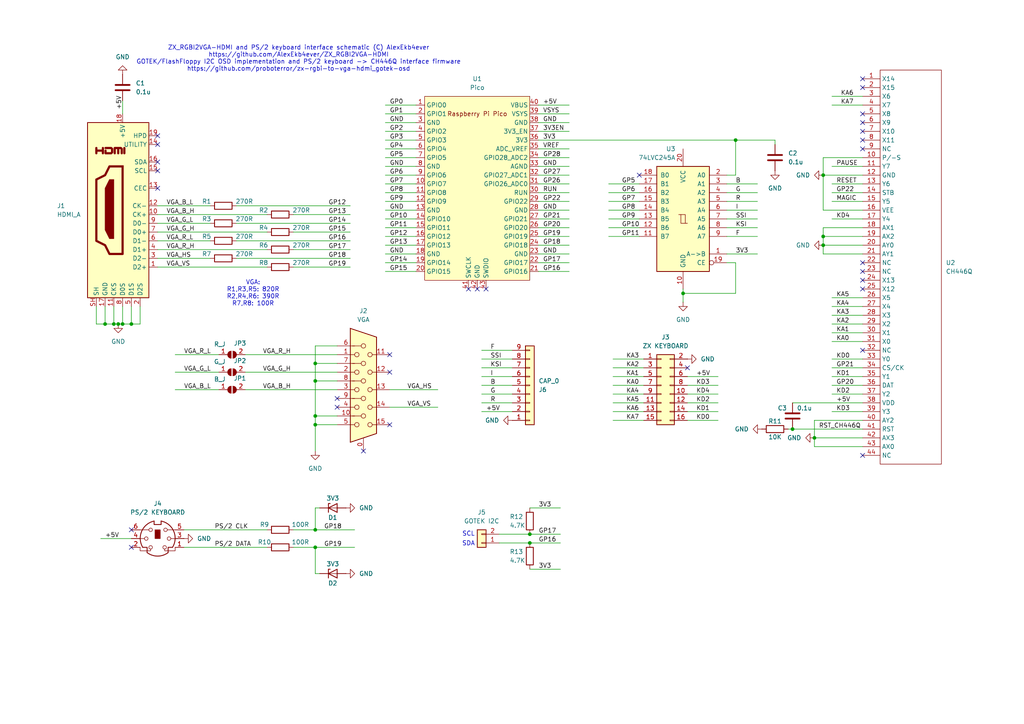
<source format=kicad_sch>
(kicad_sch (version 20231120) (generator "eeschema") (generator_version "8.0")
  (paper "A4")
  (lib_symbols
    (symbol "74xx:74HC245" (pin_names (offset 1.016))
      (property "Reference" "U" (at -7.62 16.51 0))
      (property "Value" "74HC245" (at -7.62 -16.51 0))
      (symbol "74HC245_1_0"
        (polyline (pts (xy -0.635 -1.27) (xy -0.635 1.27) (xy 0.635 1.27)))
        (polyline (pts (xy -1.27 -1.27) (xy 0.635 -1.27) (xy 0.635 1.27) (xy 1.27 1.27)))
        (pin input line (at -12.7 -10.16 0) (length 5.08) (name "A->B") (number "1"))
        (pin power_in line (at 0 -20.32 90) (length 5.08) (name "GND") (number "10"))
        (pin tri_state line (at 12.7 -5.08 180) (length 5.08) (name "B7") (number "11"))
        (pin tri_state line (at 12.7 -2.54 180) (length 5.08) (name "B6") (number "12"))
        (pin tri_state line (at 12.7 0 180) (length 5.08) (name "B5") (number "13"))
        (pin tri_state line (at 12.7 2.54 180) (length 5.08) (name "B4") (number "14"))
        (pin tri_state line (at 12.7 5.08 180) (length 5.08) (name "B3") (number "15"))
        (pin tri_state line (at 12.7 7.62 180) (length 5.08) (name "B2") (number "16"))
        (pin tri_state line (at 12.7 10.16 180) (length 5.08) (name "B1") (number "17"))
        (pin tri_state line (at 12.7 12.7 180) (length 5.08) (name "B0") (number "18"))
        (pin input inverted (at -12.7 -12.7 0) (length 5.08) (name "CE") (number "19"))
        (pin tri_state line (at -12.7 12.7 0) (length 5.08) (name "A0") (number "2"))
        (pin power_in line (at 0 20.32 270) (length 5.08) (name "VCC") (number "20"))
        (pin tri_state line (at -12.7 10.16 0) (length 5.08) (name "A1") (number "3"))
        (pin tri_state line (at -12.7 7.62 0) (length 5.08) (name "A2") (number "4"))
        (pin tri_state line (at -12.7 5.08 0) (length 5.08) (name "A3") (number "5"))
        (pin tri_state line (at -12.7 2.54 0) (length 5.08) (name "A4") (number "6"))
        (pin tri_state line (at -12.7 0 0) (length 5.08) (name "A5") (number "7"))
        (pin tri_state line (at -12.7 -2.54 0) (length 5.08) (name "A6") (number "8"))
        (pin tri_state line (at -12.7 -5.08 0) (length 5.08) (name "A7") (number "9"))
      )
      (symbol "74HC245_1_1"
        (rectangle (start -7.62 15.24) (end 7.62 -15.24) (stroke (width 0.254)) (fill (type background)))
      )
    )
    (symbol "CH446Q:CH446Q"
      (property "Reference" "U" (at 0 0 0))
      (property "Value" "CH446Q" (at 0 0 0))
      (symbol "CH446Q_0_1"
        (rectangle (start -8.89 -1.27) (end 8.89 -115.57))
      )
      (symbol "CH446Q_1_1"
        (pin input line (at -13.97 -3.81 0) (length 5.08) (name "X14") (number "1"))
        (pin input line (at -13.97 -26.67 0) (length 5.08) (name "P/-S") (number "10"))
        (pin output line (at -13.97 -29.21 0) (length 5.08) (name "Y7") (number "11"))
        (pin input line (at -13.97 -31.75 0) (length 5.08) (name "GND") (number "12"))
        (pin output line (at -13.97 -34.29 0) (length 5.08) (name "Y6") (number "13"))
        (pin input line (at -13.97 -36.83 0) (length 5.08) (name "STB") (number "14"))
        (pin output line (at -13.97 -39.37 0) (length 5.08) (name "Y5") (number "15"))
        (pin power_in line (at -13.97 -41.91 0) (length 5.08) (name "VEE") (number "16"))
        (pin output line (at -13.97 -44.45 0) (length 5.08) (name "Y4") (number "17"))
        (pin input line (at -13.97 -46.99 0) (length 5.08) (name "AX1") (number "18"))
        (pin input line (at -13.97 -49.53 0) (length 5.08) (name "AX2") (number "19"))
        (pin input line (at -13.97 -6.35 0) (length 5.08) (name "X15") (number "2"))
        (pin input line (at -13.97 -52.07 0) (length 5.08) (name "AY0") (number "20"))
        (pin input line (at -13.97 -54.61 0) (length 5.08) (name "AY1") (number "21"))
        (pin passive line (at -13.97 -57.15 0) (length 5.08) (name "NC") (number "22"))
        (pin passive line (at -13.97 -59.69 0) (length 5.08) (name "NC") (number "23"))
        (pin input line (at -13.97 -62.23 0) (length 5.08) (name "X13") (number "24"))
        (pin input line (at -13.97 -64.77 0) (length 5.08) (name "X12") (number "25"))
        (pin input line (at -13.97 -67.31 0) (length 5.08) (name "X5") (number "26"))
        (pin input line (at -13.97 -69.85 0) (length 5.08) (name "X4") (number "27"))
        (pin input line (at -13.97 -72.39 0) (length 5.08) (name "X3") (number "28"))
        (pin input line (at -13.97 -74.93 0) (length 5.08) (name "X2") (number "29"))
        (pin input line (at -13.97 -8.89 0) (length 5.08) (name "X6") (number "3"))
        (pin input line (at -13.97 -77.47 0) (length 5.08) (name "X1") (number "30"))
        (pin input line (at -13.97 -80.01 0) (length 5.08) (name "X0") (number "31"))
        (pin passive line (at -13.97 -82.55 0) (length 5.08) (name "NC") (number "32"))
        (pin output line (at -13.97 -85.09 0) (length 5.08) (name "Y0") (number "33"))
        (pin input line (at -13.97 -87.63 0) (length 5.08) (name "CS/CK") (number "34"))
        (pin output line (at -13.97 -90.17 0) (length 5.08) (name "Y1") (number "35"))
        (pin input line (at -13.97 -92.71 0) (length 5.08) (name "DAT") (number "36"))
        (pin input line (at -13.97 -95.25 0) (length 5.08) (name "Y2") (number "37"))
        (pin power_in line (at -13.97 -97.79 0) (length 5.08) (name "VDD") (number "38"))
        (pin output line (at -13.97 -100.33 0) (length 5.08) (name "Y3") (number "39"))
        (pin input line (at -13.97 -11.43 0) (length 5.08) (name "X7") (number "4"))
        (pin input line (at -13.97 -102.87 0) (length 5.08) (name "AY2") (number "40"))
        (pin input line (at -13.97 -105.41 0) (length 5.08) (name "RST") (number "41"))
        (pin input line (at -13.97 -107.95 0) (length 5.08) (name "AX3") (number "42"))
        (pin input line (at -13.97 -110.49 0) (length 5.08) (name "AX0") (number "43"))
        (pin passive line (at -13.97 -113.03 0) (length 5.08) (name "NC") (number "44"))
        (pin input line (at -13.97 -13.97 0) (length 5.08) (name "X8") (number "5"))
        (pin input line (at -13.97 -16.51 0) (length 5.08) (name "X9") (number "6"))
        (pin input line (at -13.97 -19.05 0) (length 5.08) (name "X10") (number "7"))
        (pin input line (at -13.97 -21.59 0) (length 5.08) (name "X11") (number "8"))
        (pin passive line (at -13.97 -24.13 0) (length 5.08) (name "NC") (number "9"))
      )
    )
    (symbol "Connector:DE15_Receptacle_HighDensity_MountingHoles" (pin_names (offset 1.016) hide)
      (property "Reference" "J" (at 0 21.59 0))
      (property "Value" "DE15_Receptacle_HighDensity_MountingHoles" (at 0 19.05 0))
      (symbol "DE15_Receptacle_HighDensity_MountingHoles_0_1"
        (circle (center -1.905 -10.16) (radius 0.635))
        (circle (center -1.905 -5.08) (radius 0.635))
        (circle (center -1.905 0) (radius 0.635))
        (circle (center -1.905 5.08) (radius 0.635))
        (circle (center -1.905 10.16) (radius 0.635))
        (circle (center 0 -7.62) (radius 0.635))
        (circle (center 0 -2.54) (radius 0.635))
        (polyline (pts (xy -3.175 7.62) (xy -0.635 7.62)))
        (polyline (pts (xy -0.635 -7.62) (xy -3.175 -7.62)))
        (polyline (pts (xy -0.635 -2.54) (xy -3.175 -2.54)))
        (polyline (pts (xy -0.635 2.54) (xy -3.175 2.54)))
        (polyline (pts (xy -0.635 12.7) (xy -3.175 12.7)))
        (polyline (pts (xy -3.81 17.78) (xy -3.81 -15.24) (xy 3.81 -12.7) (xy 3.81 15.24) (xy -3.81 17.78)) (stroke (width 0.254)) (fill (type background)))
        (circle (center 0 2.54) (radius 0.635))
        (circle (center 0 7.62) (radius 0.635))
        (circle (center 0 12.7) (radius 0.635))
        (circle (center 1.905 -10.16) (radius 0.635))
        (circle (center 1.905 -5.08) (radius 0.635))
        (circle (center 1.905 0) (radius 0.635))
        (circle (center 1.905 5.08) (radius 0.635))
        (circle (center 1.905 10.16) (radius 0.635))
      )
      (symbol "DE15_Receptacle_HighDensity_MountingHoles_1_1"
        (pin passive line (at 0 -17.78 90) (length 3.81) (name "~") (number "0"))
        (pin passive line (at -7.62 10.16 0) (length 5.08) (name "~") (number "1"))
        (pin passive line (at -7.62 -7.62 0) (length 5.08) (name "~") (number "10"))
        (pin passive line (at 7.62 10.16 180) (length 5.08) (name "~") (number "11"))
        (pin passive line (at 7.62 5.08 180) (length 5.08) (name "~") (number "12"))
        (pin passive line (at 7.62 0 180) (length 5.08) (name "~") (number "13"))
        (pin passive line (at 7.62 -5.08 180) (length 5.08) (name "~") (number "14"))
        (pin passive line (at 7.62 -10.16 180) (length 5.08) (name "~") (number "15"))
        (pin passive line (at -7.62 5.08 0) (length 5.08) (name "~") (number "2"))
        (pin passive line (at -7.62 0 0) (length 5.08) (name "~") (number "3"))
        (pin passive line (at -7.62 -5.08 0) (length 5.08) (name "~") (number "4"))
        (pin passive line (at -7.62 -10.16 0) (length 5.08) (name "~") (number "5"))
        (pin passive line (at -7.62 12.7 0) (length 5.08) (name "~") (number "6"))
        (pin passive line (at -7.62 7.62 0) (length 5.08) (name "~") (number "7"))
        (pin passive line (at -7.62 2.54 0) (length 5.08) (name "~") (number "8"))
        (pin passive line (at -7.62 -2.54 0) (length 5.08) (name "~") (number "9"))
      )
    )
    (symbol "Connector:HDMI_A"
      (property "Reference" "J1" (at -12.7 1.2701 0))
      (property "Value" "HDMI_A" (at -12.7 -1.2699 0))
      (symbol "HDMI_A_0_0"
        (polyline (pts (xy 6.858 16.51) (xy 6.858 18.034)) (stroke (width 0.635)))
        (polyline (pts (xy -1.27 16.51) (xy -1.27 18.034) (xy -1.27 17.272) (xy 0.635 17.272) (xy 0.635 18.034) (xy 0.635 16.51)) (stroke (width 0.635)))
        (polyline (pts (xy 1.397 18.034) (xy 3.048 18.034) (xy 3.302 17.78) (xy 3.302 16.764) (xy 3.048 16.51) (xy 1.397 16.51) (xy 1.397 17.272)) (stroke (width 0.635)))
      )
      (symbol "HDMI_A_0_1"
        (rectangle (start -3.81 -25.4) (end 13.97 25.4) (stroke (width 0.254)) (fill (type background)))
        (polyline (pts (xy 3.81 8.89) (xy 2.54 8.89) (xy 1.27 6.35) (xy 1.27 -5.715) (xy 2.54 -8.255) (xy 3.81 -8.255) (xy 3.81 8.89)) (fill (type outline)))
        (polyline (pts (xy 4.064 16.51) (xy 4.064 18.034) (xy 5.08 18.034) (xy 5.08 16.51) (xy 5.08 18.034) (xy 5.842 18.034) (xy 6.096 17.78) (xy 6.096 16.51)) (stroke (width 0.635)))
        (polyline (pts (xy 6.35 12.7) (xy 6.35 -12.7) (xy 2.54 -12.7) (xy 1.27 -10.16) (xy -1.27 -8.89) (xy -1.27 8.89) (xy 1.27 10.16) (xy 2.54 12.7) (xy 6.35 12.7)) (stroke (width 0.635)))
      )
      (symbol "HDMI_A_1_1"
        (pin passive line (at 16.51 -16.51 180) (length 2.54) (name "D2+") (number "1"))
        (pin passive line (at 16.51 -1.27 180) (length 2.54) (name "CK+") (number "10"))
        (pin power_in line (at 3.81 -27.94 90) (length 2.54) (name "CKS") (number "11"))
        (pin passive line (at 16.51 1.27 180) (length 2.54) (name "CK-") (number "12"))
        (pin bidirectional line (at 16.51 6.35 180) (length 2.54) (name "CEC") (number "13"))
        (pin passive line (at 16.51 19.05 180) (length 2.54) (name "UTILITY") (number "14"))
        (pin passive line (at 16.51 11.43 180) (length 2.54) (name "SCL") (number "15"))
        (pin bidirectional line (at 16.51 13.97 180) (length 2.54) (name "SDA") (number "16"))
        (pin power_in line (at 1.27 -27.94 90) (length 2.54) (name "GND") (number "17"))
        (pin power_in line (at 6.35 27.94 270) (length 2.54) (name "+5V") (number "18"))
        (pin passive line (at 16.51 21.59 180) (length 2.54) (name "HPD") (number "19"))
        (pin power_in line (at 11.43 -27.94 90) (length 2.54) (name "D2S") (number "2"))
        (pin passive line (at 16.51 -13.97 180) (length 2.54) (name "D2-") (number "3"))
        (pin passive line (at 16.51 -11.43 180) (length 2.54) (name "D1+") (number "4"))
        (pin power_in line (at 8.89 -27.94 90) (length 2.54) (name "D1S") (number "5"))
        (pin passive line (at 16.51 -8.89 180) (length 2.54) (name "D1-") (number "6"))
        (pin passive line (at 16.51 -6.35 180) (length 2.54) (name "D0+") (number "7"))
        (pin power_in line (at 6.35 -27.94 90) (length 2.54) (name "D0S") (number "8"))
        (pin passive line (at 16.51 -3.81 180) (length 2.54) (name "D0-") (number "9"))
        (pin passive line (at -1.27 -27.94 90) (length 2.54) (name "SH") (number "SH"))
      )
    )
    (symbol "Connector:Mini-DIN-6" (pin_names (offset 1.016))
      (property "Reference" "J" (at 0 6.35 0))
      (property "Value" "Mini-DIN-6" (at 0 -6.35 0))
      (symbol "Mini-DIN-6_0_1"
        (circle (center -3.302 0) (radius 0.508))
        (arc (start -3.048 -4.064) (mid 0 -5.08) (end 3.048 -4.064) (stroke (width 0.254)))
        (circle (center -2.032 -2.54) (radius 0.508))
        (circle (center -2.032 2.54) (radius 0.508))
        (arc (start -1.016 5.08) (mid -4.6228 2.1214) (end -4.318 -2.54) (stroke (width 0.254)))
        (rectangle (start -0.762 2.54) (end 0.762 0) (fill (type outline)))
        (polyline (pts (xy -3.81 0) (xy -5.08 0)))
        (polyline (pts (xy -2.54 2.54) (xy -5.08 2.54)))
        (polyline (pts (xy 2.794 2.54) (xy 5.08 2.54)))
        (polyline (pts (xy 5.08 0) (xy 3.81 0)))
        (polyline (pts (xy -4.318 -2.54) (xy -3.048 -2.54) (xy -3.048 -4.064)) (stroke (width 0.254)))
        (polyline (pts (xy 4.318 -2.54) (xy 3.048 -2.54) (xy 3.048 -4.064)) (stroke (width 0.254)))
        (polyline (pts (xy -2.032 -3.048) (xy -2.032 -3.556) (xy -5.08 -3.556) (xy -5.08 -2.54)))
        (polyline (pts (xy -1.016 5.08) (xy -1.016 4.064) (xy 1.016 4.064) (xy 1.016 5.08)) (stroke (width 0.254)))
        (polyline (pts (xy 2.032 -3.048) (xy 2.032 -3.556) (xy 5.08 -3.556) (xy 5.08 -2.54)))
        (circle (center 2.032 -2.54) (radius 0.508))
        (circle (center 2.286 2.54) (radius 0.508))
        (circle (center 3.302 0) (radius 0.508))
        (arc (start 4.318 -2.54) (mid 4.6661 2.1322) (end 1.016 5.08) (stroke (width 0.254)))
      )
      (symbol "Mini-DIN-6_1_1"
        (pin passive line (at 7.62 -2.54 180) (length 2.54) (name "~") (number "1"))
        (pin passive line (at -7.62 -2.54 0) (length 2.54) (name "~") (number "2"))
        (pin passive line (at 7.62 0 180) (length 2.54) (name "~") (number "3"))
        (pin passive line (at -7.62 0 0) (length 2.54) (name "~") (number "4"))
        (pin passive line (at 7.62 2.54 180) (length 2.54) (name "~") (number "5"))
        (pin passive line (at -7.62 2.54 0) (length 2.54) (name "~") (number "6"))
      )
    )
    (symbol "Connector_Generic:Conn_01x02" (pin_names (offset 1.016) hide)
      (property "Reference" "J" (at 0 2.54 0))
      (property "Value" "Conn_01x02" (at 0 -5.08 0))
      (symbol "Conn_01x02_1_1"
        (rectangle (start -1.27 -2.413) (end 0 -2.667) (stroke (width 0.1524)))
        (rectangle (start -1.27 0.127) (end 0 -0.127) (stroke (width 0.1524)))
        (rectangle (start -1.27 1.27) (end 1.27 -3.81) (stroke (width 0.254)) (fill (type background)))
        (pin passive line (at -5.08 0 0) (length 3.81) (name "Pin_1") (number "1"))
        (pin passive line (at -5.08 -2.54 0) (length 3.81) (name "Pin_2") (number "2"))
      )
    )
    (symbol "Connector_Generic:Conn_01x09" (pin_names (offset 1.016) hide)
      (property "Reference" "J" (at 0 12.7 0))
      (property "Value" "Conn_01x09" (at 0 -12.7 0))
      (symbol "Conn_01x09_1_1"
        (rectangle (start -1.27 -10.033) (end 0 -10.287) (stroke (width 0.1524)))
        (rectangle (start -1.27 -7.493) (end 0 -7.747) (stroke (width 0.1524)))
        (rectangle (start -1.27 -4.953) (end 0 -5.207) (stroke (width 0.1524)))
        (rectangle (start -1.27 -2.413) (end 0 -2.667) (stroke (width 0.1524)))
        (rectangle (start -1.27 0.127) (end 0 -0.127) (stroke (width 0.1524)))
        (rectangle (start -1.27 2.667) (end 0 2.413) (stroke (width 0.1524)))
        (rectangle (start -1.27 5.207) (end 0 4.953) (stroke (width 0.1524)))
        (rectangle (start -1.27 7.747) (end 0 7.493) (stroke (width 0.1524)))
        (rectangle (start -1.27 10.287) (end 0 10.033) (stroke (width 0.1524)))
        (rectangle (start -1.27 11.43) (end 1.27 -11.43) (stroke (width 0.254)) (fill (type background)))
        (pin passive line (at -5.08 10.16 0) (length 3.81) (name "Pin_1") (number "1"))
        (pin passive line (at -5.08 7.62 0) (length 3.81) (name "Pin_2") (number "2"))
        (pin passive line (at -5.08 5.08 0) (length 3.81) (name "Pin_3") (number "3"))
        (pin passive line (at -5.08 2.54 0) (length 3.81) (name "Pin_4") (number "4"))
        (pin passive line (at -5.08 0 0) (length 3.81) (name "Pin_5") (number "5"))
        (pin passive line (at -5.08 -2.54 0) (length 3.81) (name "Pin_6") (number "6"))
        (pin passive line (at -5.08 -5.08 0) (length 3.81) (name "Pin_7") (number "7"))
        (pin passive line (at -5.08 -7.62 0) (length 3.81) (name "Pin_8") (number "8"))
        (pin passive line (at -5.08 -10.16 0) (length 3.81) (name "Pin_9") (number "9"))
      )
    )
    (symbol "Connector_Generic:Conn_02x08_Odd_Even" (pin_names (offset 1.016) hide)
      (property "Reference" "J" (at 1.27 10.16 0))
      (property "Value" "Conn_02x08_Odd_Even" (at 1.27 -12.7 0))
      (symbol "Conn_02x08_Odd_Even_1_1"
        (rectangle (start -1.27 -10.033) (end 0 -10.287) (stroke (width 0.1524)))
        (rectangle (start -1.27 -7.493) (end 0 -7.747) (stroke (width 0.1524)))
        (rectangle (start -1.27 -4.953) (end 0 -5.207) (stroke (width 0.1524)))
        (rectangle (start -1.27 -2.413) (end 0 -2.667) (stroke (width 0.1524)))
        (rectangle (start -1.27 0.127) (end 0 -0.127) (stroke (width 0.1524)))
        (rectangle (start -1.27 2.667) (end 0 2.413) (stroke (width 0.1524)))
        (rectangle (start -1.27 5.207) (end 0 4.953) (stroke (width 0.1524)))
        (rectangle (start -1.27 7.747) (end 0 7.493) (stroke (width 0.1524)))
        (rectangle (start -1.27 8.89) (end 3.81 -11.43) (stroke (width 0.254)) (fill (type background)))
        (rectangle (start 3.81 -10.033) (end 2.54 -10.287) (stroke (width 0.1524)))
        (rectangle (start 3.81 -7.493) (end 2.54 -7.747) (stroke (width 0.1524)))
        (rectangle (start 3.81 -4.953) (end 2.54 -5.207) (stroke (width 0.1524)))
        (rectangle (start 3.81 -2.413) (end 2.54 -2.667) (stroke (width 0.1524)))
        (rectangle (start 3.81 0.127) (end 2.54 -0.127) (stroke (width 0.1524)))
        (rectangle (start 3.81 2.667) (end 2.54 2.413) (stroke (width 0.1524)))
        (rectangle (start 3.81 5.207) (end 2.54 4.953) (stroke (width 0.1524)))
        (rectangle (start 3.81 7.747) (end 2.54 7.493) (stroke (width 0.1524)))
        (pin passive line (at -5.08 7.62 0) (length 3.81) (name "Pin_1") (number "1"))
        (pin passive line (at 7.62 -2.54 180) (length 3.81) (name "Pin_10") (number "10"))
        (pin passive line (at -5.08 -5.08 0) (length 3.81) (name "Pin_11") (number "11"))
        (pin passive line (at 7.62 -5.08 180) (length 3.81) (name "Pin_12") (number "12"))
        (pin passive line (at -5.08 -7.62 0) (length 3.81) (name "Pin_13") (number "13"))
        (pin passive line (at 7.62 -7.62 180) (length 3.81) (name "Pin_14") (number "14"))
        (pin passive line (at -5.08 -10.16 0) (length 3.81) (name "Pin_15") (number "15"))
        (pin passive line (at 7.62 -10.16 180) (length 3.81) (name "Pin_16") (number "16"))
        (pin passive line (at 7.62 7.62 180) (length 3.81) (name "Pin_2") (number "2"))
        (pin passive line (at -5.08 5.08 0) (length 3.81) (name "Pin_3") (number "3"))
        (pin passive line (at 7.62 5.08 180) (length 3.81) (name "Pin_4") (number "4"))
        (pin passive line (at -5.08 2.54 0) (length 3.81) (name "Pin_5") (number "5"))
        (pin passive line (at 7.62 2.54 180) (length 3.81) (name "Pin_6") (number "6"))
        (pin passive line (at -5.08 0 0) (length 3.81) (name "Pin_7") (number "7"))
        (pin passive line (at 7.62 0 180) (length 3.81) (name "Pin_8") (number "8"))
        (pin passive line (at -5.08 -2.54 0) (length 3.81) (name "Pin_9") (number "9"))
      )
    )
    (symbol "Device:C" (pin_numbers hide) (pin_names (offset 0.254))
      (property "Reference" "C" (at 0.635 2.54 0))
      (property "Value" "C" (at 0.635 -2.54 0))
      (symbol "C_0_1"
        (polyline (pts (xy -2.032 -0.762) (xy 2.032 -0.762)) (stroke (width 0.508)))
        (polyline (pts (xy -2.032 0.762) (xy 2.032 0.762)) (stroke (width 0.508)))
      )
      (symbol "C_1_1"
        (pin passive line (at 0 3.81 270) (length 2.794) (name "~") (number "1"))
        (pin passive line (at 0 -3.81 90) (length 2.794) (name "~") (number "2"))
      )
    )
    (symbol "Device:D_Zener" (pin_numbers hide) (pin_names (offset 1.016) hide)
      (property "Reference" "D" (at 0 2.54 0))
      (property "Value" "D_Zener" (at 0 -2.54 0))
      (symbol "D_Zener_0_1"
        (polyline (pts (xy 1.27 0) (xy -1.27 0)))
        (polyline (pts (xy -1.27 -1.27) (xy -1.27 1.27) (xy -0.762 1.27)) (stroke (width 0.254)))
        (polyline (pts (xy 1.27 -1.27) (xy 1.27 1.27) (xy -1.27 0) (xy 1.27 -1.27)) (stroke (width 0.254)))
      )
      (symbol "D_Zener_1_1"
        (pin passive line (at -3.81 0 0) (length 2.54) (name "K") (number "1"))
        (pin passive line (at 3.81 0 180) (length 2.54) (name "A") (number "2"))
      )
    )
    (symbol "Device:R" (pin_numbers hide) (pin_names (offset 0))
      (property "Reference" "R" (at 2.032 0 90))
      (property "Value" "R" (at 0 0 90))
      (symbol "R_0_1"
        (rectangle (start -1.016 -2.54) (end 1.016 2.54) (stroke (width 0.254)))
      )
      (symbol "R_1_1"
        (pin passive line (at 0 3.81 270) (length 1.27) (name "~") (number "1"))
        (pin passive line (at 0 -3.81 90) (length 1.27) (name "~") (number "2"))
      )
    )
    (symbol "Jumper:SolderJumper_2_Open" (pin_names (offset 0) hide)
      (property "Reference" "JP" (at 0 2.032 0))
      (property "Value" "SolderJumper_2_Open" (at 0 -2.54 0))
      (symbol "SolderJumper_2_Open_0_1"
        (arc (start -0.254 1.016) (mid -1.2656 0) (end -0.254 -1.016))
        (arc (start -0.254 1.016) (mid -1.2656 0) (end -0.254 -1.016) (fill (type outline)))
        (polyline (pts (xy -0.254 1.016) (xy -0.254 -1.016)))
        (polyline (pts (xy 0.254 1.016) (xy 0.254 -1.016)))
        (arc (start 0.254 -1.016) (mid 1.2656 0) (end 0.254 1.016))
        (arc (start 0.254 -1.016) (mid 1.2656 0) (end 0.254 1.016) (fill (type outline)))
      )
      (symbol "SolderJumper_2_Open_1_1"
        (pin passive line (at -3.81 0 0) (length 2.54) (name "A") (number "1"))
        (pin passive line (at 3.81 0 180) (length 2.54) (name "B") (number "2"))
      )
    )
    (symbol "Raspberry Pi Pico:Pico"
      (property "Reference" "U" (at -13.97 27.94 0))
      (property "Value" "Pico" (at 0 19.05 0))
      (symbol "Pico_0_0"
        (text "Raspberry Pi Pico" (at 0 21.59 0) (effects (font (size 1.27 1.27))))
      )
      (symbol "Pico_0_1"
        (rectangle (start -15.24 26.67) (end 15.24 -26.67) (fill (type background)))
      )
      (symbol "Pico_1_1"
        (pin bidirectional line (at -17.78 24.13 0) (length 2.54) (name "GPIO0") (number "1"))
        (pin bidirectional line (at -17.78 1.27 0) (length 2.54) (name "GPIO7") (number "10"))
        (pin bidirectional line (at -17.78 -1.27 0) (length 2.54) (name "GPIO8") (number "11"))
        (pin bidirectional line (at -17.78 -3.81 0) (length 2.54) (name "GPIO9") (number "12"))
        (pin power_in line (at -17.78 -6.35 0) (length 2.54) (name "GND") (number "13"))
        (pin bidirectional line (at -17.78 -8.89 0) (length 2.54) (name "GPIO10") (number "14"))
        (pin bidirectional line (at -17.78 -11.43 0) (length 2.54) (name "GPIO11") (number "15"))
        (pin bidirectional line (at -17.78 -13.97 0) (length 2.54) (name "GPIO12") (number "16"))
        (pin bidirectional line (at -17.78 -16.51 0) (length 2.54) (name "GPIO13") (number "17"))
        (pin power_in line (at -17.78 -19.05 0) (length 2.54) (name "GND") (number "18"))
        (pin bidirectional line (at -17.78 -21.59 0) (length 2.54) (name "GPIO14") (number "19"))
        (pin bidirectional line (at -17.78 21.59 0) (length 2.54) (name "GPIO1") (number "2"))
        (pin bidirectional line (at -17.78 -24.13 0) (length 2.54) (name "GPIO15") (number "20"))
        (pin bidirectional line (at 17.78 -24.13 180) (length 2.54) (name "GPIO16") (number "21"))
        (pin bidirectional line (at 17.78 -21.59 180) (length 2.54) (name "GPIO17") (number "22"))
        (pin power_in line (at 17.78 -19.05 180) (length 2.54) (name "GND") (number "23"))
        (pin bidirectional line (at 17.78 -16.51 180) (length 2.54) (name "GPIO18") (number "24"))
        (pin bidirectional line (at 17.78 -13.97 180) (length 2.54) (name "GPIO19") (number "25"))
        (pin bidirectional line (at 17.78 -11.43 180) (length 2.54) (name "GPIO20") (number "26"))
        (pin bidirectional line (at 17.78 -8.89 180) (length 2.54) (name "GPIO21") (number "27"))
        (pin power_in line (at 17.78 -6.35 180) (length 2.54) (name "GND") (number "28"))
        (pin bidirectional line (at 17.78 -3.81 180) (length 2.54) (name "GPIO22") (number "29"))
        (pin power_in line (at -17.78 19.05 0) (length 2.54) (name "GND") (number "3"))
        (pin input line (at 17.78 -1.27 180) (length 2.54) (name "RUN") (number "30"))
        (pin bidirectional line (at 17.78 1.27 180) (length 2.54) (name "GPIO26_ADC0") (number "31"))
        (pin bidirectional line (at 17.78 3.81 180) (length 2.54) (name "GPIO27_ADC1") (number "32"))
        (pin power_in line (at 17.78 6.35 180) (length 2.54) (name "AGND") (number "33"))
        (pin bidirectional line (at 17.78 8.89 180) (length 2.54) (name "GPIO28_ADC2") (number "34"))
        (pin power_in line (at 17.78 11.43 180) (length 2.54) (name "ADC_VREF") (number "35"))
        (pin power_in line (at 17.78 13.97 180) (length 2.54) (name "3V3") (number "36"))
        (pin input line (at 17.78 16.51 180) (length 2.54) (name "3V3_EN") (number "37"))
        (pin bidirectional line (at 17.78 19.05 180) (length 2.54) (name "GND") (number "38"))
        (pin power_in line (at 17.78 21.59 180) (length 2.54) (name "VSYS") (number "39"))
        (pin bidirectional line (at -17.78 16.51 0) (length 2.54) (name "GPIO2") (number "4"))
        (pin power_in line (at 17.78 24.13 180) (length 2.54) (name "VBUS") (number "40"))
        (pin input line (at -2.54 -29.21 90) (length 2.54) (name "SWCLK") (number "41"))
        (pin power_in line (at 0 -29.21 90) (length 2.54) (name "GND") (number "42"))
        (pin bidirectional line (at 2.54 -29.21 90) (length 2.54) (name "SWDIO") (number "43"))
        (pin bidirectional line (at -17.78 13.97 0) (length 2.54) (name "GPIO3") (number "5"))
        (pin bidirectional line (at -17.78 11.43 0) (length 2.54) (name "GPIO4") (number "6"))
        (pin bidirectional line (at -17.78 8.89 0) (length 2.54) (name "GPIO5") (number "7"))
        (pin power_in line (at -17.78 6.35 0) (length 2.54) (name "GND") (number "8"))
        (pin bidirectional line (at -17.78 3.81 0) (length 2.54) (name "GPIO6") (number "9"))
      )
    )
    (symbol "power:GND" (power) (pin_numbers hide) (pin_names (offset 0) hide)
      (property "Value" "GND" (at 0 -3.81 0))
      (symbol "GND_0_1"
        (polyline (pts (xy 0 0) (xy 0 -1.27) (xy 1.27 -1.27) (xy 0 -2.54) (xy -1.27 -1.27) (xy 0 -1.27)))
      )
      (symbol "GND_1_1"
        (pin power_in line (at 0 0 270) (length 0) (name "~") (number "1"))
      )
    )
  )
  (junction (at 35.56 93.98))
  (junction (at 236.22 127))
  (junction (at 238.76 71.12))
  (junction (at 91.44 105.41))
  (junction (at 198.12 85.09))
  (junction (at 30.48 93.98))
  (junction (at 238.76 50.8))
  (junction (at 213.36 40.64))
  (junction (at 33.02 93.98))
  (junction (at 34.29 93.98))
  (junction (at 153.67 154.94))
  (junction (at 38.1 93.98))
  (junction (at 91.44 123.19))
  (junction (at 91.44 110.49))
  (junction (at 91.44 153.67))
  (junction (at 153.67 157.48))
  (junction (at 91.44 120.65))
  (junction (at 238.76 68.58))
  (junction (at 229.87 124.46))
  (junction (at 91.44 158.75))
  (no_connect (at 250.19 33.02))
  (no_connect (at 250.19 22.86))
  (no_connect (at 140.97 83.82))
  (no_connect (at 113.03 102.87))
  (no_connect (at 105.41 130.81))
  (no_connect (at 250.19 132.08))
  (no_connect (at 250.19 35.56))
  (no_connect (at 199.39 106.68))
  (no_connect (at 38.1 153.67))
  (no_connect (at 250.19 38.1))
  (no_connect (at 113.03 107.95))
  (no_connect (at 185.42 50.8))
  (no_connect (at 250.19 78.74))
  (no_connect (at 250.19 25.4))
  (no_connect (at 97.79 118.11))
  (no_connect (at 45.72 41.91))
  (no_connect (at 250.19 40.64))
  (no_connect (at 45.72 54.61))
  (no_connect (at 250.19 76.2))
  (no_connect (at 38.1 158.75))
  (no_connect (at 250.19 101.6))
  (no_connect (at 138.43 83.82))
  (no_connect (at 97.79 115.57))
  (no_connect (at 113.03 123.19))
  (no_connect (at 45.72 49.53))
  (no_connect (at 250.19 43.18))
  (no_connect (at 250.19 81.28))
  (no_connect (at 135.89 83.82))
  (no_connect (at 45.72 46.99))
  (no_connect (at 45.72 39.37))
  (no_connect (at 250.19 83.82))
  (wire (pts (xy 91.44 110.49) (xy 91.44 120.65)))
  (wire (pts (xy 241.3 30.48) (xy 250.19 30.48)))
  (wire (pts (xy 241.3 111.76) (xy 250.19 111.76)))
  (wire (pts (xy 139.7 116.84) (xy 148.59 116.84)))
  (wire (pts (xy 236.22 127) (xy 250.19 127)))
  (wire (pts (xy 241.3 53.34) (xy 250.19 53.34)))
  (wire (pts (xy 156.21 68.58) (xy 165.1 68.58)))
  (wire (pts (xy 91.44 110.49) (xy 97.79 110.49)))
  (wire (pts (xy 35.56 29.21) (xy 35.56 33.02)))
  (wire (pts (xy 85.09 72.39) (xy 101.6 72.39)))
  (wire (pts (xy 213.36 76.2) (xy 213.36 85.09)))
  (wire (pts (xy 91.44 100.33) (xy 91.44 105.41)))
  (wire (pts (xy 156.21 71.12) (xy 165.1 71.12)))
  (wire (pts (xy 229.87 116.84) (xy 250.19 116.84)))
  (wire (pts (xy 236.22 127) (xy 236.22 121.92)))
  (wire (pts (xy 139.7 106.68) (xy 148.59 106.68)))
  (wire (pts (xy 156.21 78.74) (xy 165.1 78.74)))
  (wire (pts (xy 210.82 66.04) (xy 219.71 66.04)))
  (wire (pts (xy 111.76 40.64) (xy 120.65 40.64)))
  (wire (pts (xy 241.3 88.9) (xy 250.19 88.9)))
  (wire (pts (xy 91.44 158.75) (xy 102.87 158.75)))
  (wire (pts (xy 210.82 73.66) (xy 219.71 73.66)))
  (wire (pts (xy 111.76 38.1) (xy 120.65 38.1)))
  (wire (pts (xy 33.02 88.9) (xy 33.02 93.98)))
  (wire (pts (xy 91.44 105.41) (xy 91.44 110.49)))
  (wire (pts (xy 238.76 50.8) (xy 238.76 45.72)))
  (wire (pts (xy 229.87 124.46) (xy 250.19 124.46)))
  (wire (pts (xy 85.09 62.23) (xy 101.6 62.23)))
  (wire (pts (xy 111.76 48.26) (xy 120.65 48.26)))
  (wire (pts (xy 50.8 102.87) (xy 63.5 102.87)))
  (wire (pts (xy 156.21 76.2) (xy 165.1 76.2)))
  (wire (pts (xy 68.58 59.69) (xy 101.6 59.69)))
  (wire (pts (xy 156.21 43.18) (xy 165.1 43.18)))
  (wire (pts (xy 71.12 107.95) (xy 97.79 107.95)))
  (wire (pts (xy 111.76 76.2) (xy 120.65 76.2)))
  (wire (pts (xy 144.78 157.48) (xy 153.67 157.48)))
  (wire (pts (xy 177.8 121.92) (xy 186.69 121.92)))
  (wire (pts (xy 156.21 35.56) (xy 165.1 35.56)))
  (wire (pts (xy 199.39 119.38) (xy 208.28 119.38)))
  (wire (pts (xy 156.21 63.5) (xy 165.1 63.5)))
  (wire (pts (xy 156.21 50.8) (xy 165.1 50.8)))
  (wire (pts (xy 156.21 58.42) (xy 165.1 58.42)))
  (wire (pts (xy 111.76 58.42) (xy 120.65 58.42)))
  (wire (pts (xy 139.7 104.14) (xy 148.59 104.14)))
  (wire (pts (xy 238.76 50.8) (xy 250.19 50.8)))
  (wire (pts (xy 241.3 58.42) (xy 250.19 58.42)))
  (wire (pts (xy 156.21 66.04) (xy 165.1 66.04)))
  (wire (pts (xy 50.8 107.95) (xy 63.5 107.95)))
  (wire (pts (xy 156.21 38.1) (xy 165.1 38.1)))
  (wire (pts (xy 50.8 113.03) (xy 63.5 113.03)))
  (wire (pts (xy 111.76 35.56) (xy 120.65 35.56)))
  (wire (pts (xy 156.21 55.88) (xy 165.1 55.88)))
  (wire (pts (xy 29.21 156.21) (xy 38.1 156.21)))
  (wire (pts (xy 111.76 63.5) (xy 120.65 63.5)))
  (wire (pts (xy 156.21 73.66) (xy 165.1 73.66)))
  (wire (pts (xy 210.82 50.8) (xy 213.36 50.8)))
  (wire (pts (xy 113.03 113.03) (xy 127 113.03)))
  (wire (pts (xy 176.53 58.42) (xy 185.42 58.42)))
  (wire (pts (xy 85.09 153.67) (xy 91.44 153.67)))
  (wire (pts (xy 53.34 153.67) (xy 77.47 153.67)))
  (wire (pts (xy 113.03 118.11) (xy 127 118.11)))
  (wire (pts (xy 238.76 60.96) (xy 238.76 50.8)))
  (wire (pts (xy 111.76 60.96) (xy 120.65 60.96)))
  (wire (pts (xy 38.1 88.9) (xy 38.1 93.98)))
  (wire (pts (xy 250.19 73.66) (xy 238.76 73.66)))
  (wire (pts (xy 27.94 93.98) (xy 30.48 93.98)))
  (wire (pts (xy 91.44 105.41) (xy 97.79 105.41)))
  (wire (pts (xy 241.3 119.38) (xy 250.19 119.38)))
  (wire (pts (xy 198.12 85.09) (xy 198.12 83.82)))
  (wire (pts (xy 153.67 147.32) (xy 162.56 147.32)))
  (wire (pts (xy 241.3 109.22) (xy 250.19 109.22)))
  (wire (pts (xy 213.36 85.09) (xy 198.12 85.09)))
  (wire (pts (xy 139.7 111.76) (xy 148.59 111.76)))
  (wire (pts (xy 177.8 104.14) (xy 186.69 104.14)))
  (wire (pts (xy 236.22 121.92) (xy 250.19 121.92)))
  (wire (pts (xy 238.76 68.58) (xy 250.19 68.58)))
  (wire (pts (xy 176.53 55.88) (xy 185.42 55.88)))
  (wire (pts (xy 198.12 87.63) (xy 198.12 85.09)))
  (wire (pts (xy 153.67 165.1) (xy 162.56 165.1)))
  (wire (pts (xy 111.76 43.18) (xy 120.65 43.18)))
  (wire (pts (xy 241.3 114.3) (xy 250.19 114.3)))
  (wire (pts (xy 224.79 41.91) (xy 224.79 40.64)))
  (wire (pts (xy 45.72 64.77) (xy 60.96 64.77)))
  (wire (pts (xy 156.21 53.34) (xy 165.1 53.34)))
  (wire (pts (xy 238.76 71.12) (xy 250.19 71.12)))
  (wire (pts (xy 241.3 48.26) (xy 250.19 48.26)))
  (wire (pts (xy 111.76 66.04) (xy 120.65 66.04)))
  (wire (pts (xy 111.76 50.8) (xy 120.65 50.8)))
  (wire (pts (xy 238.76 71.12) (xy 238.76 68.58)))
  (wire (pts (xy 224.79 40.64) (xy 213.36 40.64)))
  (wire (pts (xy 45.72 67.31) (xy 77.47 67.31)))
  (wire (pts (xy 156.21 30.48) (xy 165.1 30.48)))
  (wire (pts (xy 176.53 63.5) (xy 185.42 63.5)))
  (wire (pts (xy 238.76 45.72) (xy 250.19 45.72)))
  (wire (pts (xy 199.39 111.76) (xy 208.28 111.76)))
  (wire (pts (xy 144.78 154.94) (xy 153.67 154.94)))
  (wire (pts (xy 241.3 106.68) (xy 250.19 106.68)))
  (wire (pts (xy 111.76 71.12) (xy 120.65 71.12)))
  (wire (pts (xy 250.19 60.96) (xy 238.76 60.96)))
  (wire (pts (xy 177.8 109.22) (xy 186.69 109.22)))
  (wire (pts (xy 176.53 66.04) (xy 185.42 66.04)))
  (wire (pts (xy 91.44 120.65) (xy 91.44 123.19)))
  (wire (pts (xy 97.79 100.33) (xy 91.44 100.33)))
  (wire (pts (xy 210.82 68.58) (xy 219.71 68.58)))
  (wire (pts (xy 241.3 99.06) (xy 250.19 99.06)))
  (wire (pts (xy 241.3 86.36) (xy 250.19 86.36)))
  (wire (pts (xy 91.44 123.19) (xy 97.79 123.19)))
  (wire (pts (xy 45.72 77.47) (xy 77.47 77.47)))
  (wire (pts (xy 68.58 64.77) (xy 101.6 64.77)))
  (wire (pts (xy 139.7 114.3) (xy 148.59 114.3)))
  (wire (pts (xy 177.8 106.68) (xy 186.69 106.68)))
  (wire (pts (xy 45.72 59.69) (xy 60.96 59.69)))
  (wire (pts (xy 27.94 88.9) (xy 27.94 93.98)))
  (wire (pts (xy 156.21 33.02) (xy 165.1 33.02)))
  (wire (pts (xy 210.82 55.88) (xy 219.71 55.88)))
  (wire (pts (xy 34.29 93.98) (xy 35.56 93.98)))
  (wire (pts (xy 45.72 72.39) (xy 77.47 72.39)))
  (wire (pts (xy 139.7 101.6) (xy 148.59 101.6)))
  (wire (pts (xy 33.02 93.98) (xy 34.29 93.98)))
  (wire (pts (xy 45.72 74.93) (xy 60.96 74.93)))
  (wire (pts (xy 91.44 147.32) (xy 91.44 153.67)))
  (wire (pts (xy 177.8 114.3) (xy 186.69 114.3)))
  (wire (pts (xy 38.1 93.98) (xy 40.64 93.98)))
  (wire (pts (xy 177.8 116.84) (xy 186.69 116.84)))
  (wire (pts (xy 199.39 116.84) (xy 208.28 116.84)))
  (wire (pts (xy 176.53 68.58) (xy 185.42 68.58)))
  (wire (pts (xy 210.82 76.2) (xy 213.36 76.2)))
  (wire (pts (xy 35.56 88.9) (xy 35.56 93.98)))
  (wire (pts (xy 68.58 74.93) (xy 101.6 74.93)))
  (wire (pts (xy 139.7 119.38) (xy 148.59 119.38)))
  (wire (pts (xy 111.76 55.88) (xy 120.65 55.88)))
  (wire (pts (xy 153.67 157.48) (xy 162.56 157.48)))
  (wire (pts (xy 199.39 109.22) (xy 208.28 109.22)))
  (wire (pts (xy 53.34 158.75) (xy 77.47 158.75)))
  (wire (pts (xy 236.22 129.54) (xy 236.22 127)))
  (wire (pts (xy 238.76 73.66) (xy 238.76 71.12)))
  (wire (pts (xy 210.82 58.42) (xy 219.71 58.42)))
  (wire (pts (xy 241.3 55.88) (xy 250.19 55.88)))
  (wire (pts (xy 91.44 120.65) (xy 97.79 120.65)))
  (wire (pts (xy 111.76 78.74) (xy 120.65 78.74)))
  (wire (pts (xy 210.82 60.96) (xy 219.71 60.96)))
  (wire (pts (xy 250.19 129.54) (xy 236.22 129.54)))
  (wire (pts (xy 111.76 68.58) (xy 120.65 68.58)))
  (wire (pts (xy 241.3 91.44) (xy 250.19 91.44)))
  (wire (pts (xy 238.76 68.58) (xy 238.76 66.04)))
  (wire (pts (xy 111.76 53.34) (xy 120.65 53.34)))
  (wire (pts (xy 156.21 60.96) (xy 165.1 60.96)))
  (wire (pts (xy 45.72 69.85) (xy 60.96 69.85)))
  (wire (pts (xy 71.12 102.87) (xy 97.79 102.87)))
  (wire (pts (xy 92.71 166.37) (xy 91.44 166.37)))
  (wire (pts (xy 111.76 45.72) (xy 120.65 45.72)))
  (wire (pts (xy 241.3 93.98) (xy 250.19 93.98)))
  (wire (pts (xy 111.76 73.66) (xy 120.65 73.66)))
  (wire (pts (xy 91.44 166.37) (xy 91.44 158.75)))
  (wire (pts (xy 91.44 123.19) (xy 91.44 130.81)))
  (wire (pts (xy 139.7 109.22) (xy 148.59 109.22)))
  (wire (pts (xy 85.09 67.31) (xy 101.6 67.31)))
  (wire (pts (xy 92.71 147.32) (xy 91.44 147.32)))
  (wire (pts (xy 241.3 27.94) (xy 250.19 27.94)))
  (wire (pts (xy 45.72 62.23) (xy 77.47 62.23)))
  (wire (pts (xy 35.56 93.98) (xy 38.1 93.98)))
  (wire (pts (xy 30.48 93.98) (xy 33.02 93.98)))
  (wire (pts (xy 241.3 63.5) (xy 250.19 63.5)))
  (wire (pts (xy 210.82 53.34) (xy 219.71 53.34)))
  (wire (pts (xy 40.64 93.98) (xy 40.64 88.9)))
  (wire (pts (xy 156.21 48.26) (xy 165.1 48.26)))
  (wire (pts (xy 241.3 104.14) (xy 250.19 104.14)))
  (wire (pts (xy 153.67 154.94) (xy 162.56 154.94)))
  (wire (pts (xy 199.39 114.3) (xy 208.28 114.3)))
  (wire (pts (xy 85.09 77.47) (xy 101.6 77.47)))
  (wire (pts (xy 176.53 60.96) (xy 185.42 60.96)))
  (wire (pts (xy 238.76 66.04) (xy 250.19 66.04)))
  (wire (pts (xy 199.39 121.92) (xy 208.28 121.92)))
  (wire (pts (xy 68.58 69.85) (xy 101.6 69.85)))
  (wire (pts (xy 156.21 45.72) (xy 165.1 45.72)))
  (wire (pts (xy 210.82 63.5) (xy 219.71 63.5)))
  (wire (pts (xy 241.3 96.52) (xy 250.19 96.52)))
  (wire (pts (xy 85.09 158.75) (xy 91.44 158.75)))
  (wire (pts (xy 176.53 53.34) (xy 185.42 53.34)))
  (wire (pts (xy 177.8 111.76) (xy 186.69 111.76)))
  (wire (pts (xy 30.48 88.9) (xy 30.48 93.98)))
  (wire (pts (xy 177.8 119.38) (xy 186.69 119.38)))
  (wire (pts (xy 213.36 50.8) (xy 213.36 40.64)))
  (wire (pts (xy 111.76 30.48) (xy 120.65 30.48)))
  (wire (pts (xy 91.44 153.67) (xy 102.87 153.67)))
  (wire (pts (xy 111.76 33.02) (xy 120.65 33.02)))
  (wire (pts (xy 213.36 40.64) (xy 156.21 40.64)))
  (wire (pts (xy 71.12 113.03) (xy 97.79 113.03)))
  (wire (pts (xy 228.6 124.46) (xy 229.87 124.46)))
  (text "SCL" (at 135.89 154.94 0) (effects (font (size 1.27 1.27))))
  (text "SDA" (at 135.89 157.734 0) (effects (font (size 1.27 1.27))))
  (text "ZX_RGBI2VGA-HDMI and PS/2 keyboard interface schematic (C) AlexEkb4ever\nhttps://github.com/AlexEkb4ever/ZX_RGBI2VGA-HDMI\nGOTEK/FlashFloppy I2C OSD implementation and PS/2 keyboard -> CH446Q interface firmware\nhttps://github.com/proboterror/zx-rgbi-to-vga-hdmi_gotek-osd" (at 86.614 17.018 0) (effects (font (size 1.27 1.27))))
  (text "VGA:\nR1,R3,R5: 820R\nR2,R4,R6: 390R\nR7,R8: 100R" (at 73.406 85.09 0) (effects (font (size 1.27 1.27))))
  (label "PS{slash}2 CLK" (at 62.23 153.67 0))
  (label "KA2" (at 242.57 93.98 0))
  (label "+5V" (at 157.48 30.48 0))
  (label "GP8" (at 180.34 60.96 0))
  (label "RST_CH446Q" (at 237.49 124.46 0))
  (label "KA6" (at 243.84 27.94 0))
  (label "GP17" (at 95.25 72.39 0))
  (label "GP17" (at 156.21 154.94 0))
  (label "3V3" (at 156.21 165.1 0))
  (label "GP19" (at 157.48 68.58 0))
  (label "GP22" (at 242.57 55.88 0))
  (label "VGA_G_L" (at 48.26 64.77 0))
  (label "MAGIC" (at 242.57 58.42 0))
  (label "RUN" (at 157.48 55.88 0))
  (label "GP19" (at 93.98 158.75 0))
  (label "GP22" (at 157.48 58.42 0))
  (label "KA3" (at 181.61 104.14 0))
  (label "GP18" (at 157.48 71.12 0))
  (label "KA5" (at 242.57 86.36 0))
  (label "KA3" (at 242.57 91.44 0))
  (label "GND" (at 157.48 48.26 0))
  (label "GND" (at 113.03 48.26 0))
  (label "VGA_B_H" (at 76.2 113.03 0))
  (label "GP13" (at 113.03 71.12 0))
  (label "GP6" (at 180.34 55.88 0))
  (label "GP6" (at 113.03 50.8 0))
  (label "GP5" (at 113.03 45.72 0))
  (label "KA4" (at 242.57 88.9 0))
  (label "VGA_G_H" (at 76.2 107.95 0))
  (label "I" (at 213.36 60.96 0))
  (label "GP11" (at 180.34 68.58 0))
  (label "KSI" (at 213.36 66.04 0))
  (label "3V3EN" (at 157.48 38.1 0))
  (label "I" (at 142.24 109.22 0))
  (label "KA7" (at 181.61 121.92 0))
  (label "GP7" (at 113.03 53.34 0))
  (label "GP21" (at 242.57 106.68 0))
  (label "KA1" (at 242.57 96.52 0))
  (label "GP11" (at 113.03 66.04 0))
  (label "GP8" (at 113.03 55.88 0))
  (label "RESET" (at 242.57 53.34 0))
  (label "KD2" (at 242.57 114.3 0))
  (label "KD0" (at 201.93 121.92 0))
  (label "GP20" (at 157.48 66.04 0))
  (label "KA6" (at 181.61 119.38 0))
  (label "VGA_G_L" (at 53.34 107.95 0))
  (label "SSI" (at 142.24 104.14 0))
  (label "GP4" (at 113.03 43.18 0))
  (label "+5V" (at 30.48 156.21 0))
  (label "KD0" (at 242.57 104.14 0))
  (label "GND" (at 157.48 73.66 0))
  (label "KA5" (at 181.61 116.84 0))
  (label "GP10" (at 113.03 63.5 0))
  (label "GP1" (at 113.03 33.02 0))
  (label "KA7" (at 243.84 30.48 0))
  (label "VGA_R_L" (at 53.34 102.87 0))
  (label "3V3" (at 156.21 147.32 0))
  (label "GND" (at 157.48 60.96 0))
  (label "GND" (at 113.03 60.96 0))
  (label "GP15" (at 113.03 78.74 0))
  (label "VGA_B_L" (at 53.34 113.03 0))
  (label "VGA_HS" (at 118.11 113.03 0))
  (label "KD4" (at 201.93 114.3 0))
  (label "+5V" (at 242.57 116.84 0))
  (label "GP26" (at 157.48 53.34 0))
  (label "VGA_B_H" (at 48.26 62.23 0))
  (label "F" (at 213.36 68.58 0))
  (label "GP5" (at 180.34 53.34 0))
  (label "GP20" (at 242.57 111.76 0))
  (label "GP7" (at 180.34 58.42 0))
  (label "GP9" (at 180.34 63.5 0))
  (label "B" (at 142.24 111.76 0))
  (label "B" (at 213.36 53.34 0))
  (label "GP19" (at 95.25 77.47 0))
  (label "GP0" (at 113.03 30.48 0))
  (label "+5V" (at 201.93 109.22 0))
  (label "GP15" (at 95.25 67.31 0))
  (label "GP3" (at 113.03 40.64 0))
  (label "3V3" (at 157.48 40.64 0))
  (label "VREF" (at 157.48 43.18 0))
  (label "KA1" (at 181.61 109.22 0))
  (label "GP21" (at 157.48 63.5 0))
  (label "GP18" (at 93.98 153.67 0))
  (label "GP14" (at 95.25 64.77 0))
  (label "KD2" (at 201.93 116.84 0))
  (label "GND" (at 157.48 35.56 0))
  (label "PAUSE" (at 242.57 48.26 0))
  (label "VGA_R_H" (at 48.26 72.39 0))
  (label "R" (at 213.36 58.42 0))
  (label "GP12" (at 95.25 59.69 0))
  (label "KA0" (at 181.61 111.76 0))
  (label "3V3" (at 213.36 73.66 0))
  (label "R" (at 142.24 116.84 0))
  (label "KD1" (at 201.93 119.38 0))
  (label "KD4" (at 242.57 63.5 0))
  (label "KD1" (at 242.57 109.22 0))
  (label "KA0" (at 242.57 99.06 0))
  (label "VGA_B_L" (at 48.26 59.69 0))
  (label "KD3" (at 201.93 111.76 0))
  (label "GP28" (at 157.48 45.72 0))
  (label "SSI" (at 213.36 63.5 0))
  (label "GP12" (at 113.03 68.58 0))
  (label "+5V" (at 35.56 31.75 90))
  (label "GP18" (at 95.25 74.93 0))
  (label "+5V" (at 140.97 119.38 0))
  (label "G" (at 213.36 55.88 0))
  (label "VGA_G_H" (at 48.26 67.31 0))
  (label "VGA_R_L" (at 48.26 69.85 0))
  (label "GND" (at 113.03 73.66 0))
  (label "GP2" (at 113.03 38.1 0))
  (label "KA2" (at 181.61 106.68 0))
  (label "VSYS" (at 157.48 33.02 0))
  (label "GP13" (at 95.25 62.23 0))
  (label "VGA_R_H" (at 76.2 102.87 0))
  (label "KSI" (at 142.24 106.68 0))
  (label "GP9" (at 113.03 58.42 0))
  (label "KA4" (at 181.61 114.3 0))
  (label "G" (at 142.24 114.3 0))
  (label "VGA_VS" (at 48.26 77.47 0))
  (label "GP14" (at 113.03 76.2 0))
  (label "GP17" (at 157.48 76.2 0))
  (label "GP27" (at 157.48 50.8 0))
  (label "VGA_HS" (at 48.26 74.93 0))
  (label "GP16" (at 156.21 157.48 0))
  (label "KD3" (at 242.57 119.38 0))
  (label "GND" (at 113.03 35.56 0))
  (label "F" (at 142.24 101.6 0))
  (label "PS{slash}2 DATA" (at 62.23 158.75 0))
  (label "GP10" (at 180.34 66.04 0))
  (label "GP16" (at 95.25 69.85 0))
  (label "GP16" (at 157.48 78.74 0))
  (label "VGA_VS" (at 118.11 118.11 0))
  (symbol (lib_id "Device:D_Zener") (at 96.52 166.37 0) (unit 1)
    (property "Reference" "D2" (at 96.52 169.164 0))
    (property "Value" "3V3" (at 96.52 163.576 0))
    (property "Description" "Zener diode" (effects (hide yes)))
  )
  (symbol (lib_id "Connector:HDMI_A") (at 29.21 60.96 0) (unit 1)
    (property "Reference" "J1" (at 16.51 59.6899 0) (effects (justify left)))
    (property "Value" "HDMI_A" (at 16.51 62.2299 0) (effects (justify left)))
    (property "Datasheet" "https://en.wikipedia.org/wiki/HDMI" (effects (hide yes)))
    (property "Description" "HDMI type A connector" (effects (hide yes)))
  )
  (symbol (lib_id "Device:R") (at 153.67 151.13 0) (unit 1)
    (property "Reference" "R12" (at 147.828 149.86 0) (effects (justify left)))
    (property "Value" "4.7K" (at 147.828 152.4 0) (effects (justify left)))
    (property "Footprint" "Resistor_SMD:R_0805_2012Metric_Pad1.20x1.40mm_HandSolder" (effects (hide yes)))
    (property "Description" "Resistor" (effects (hide yes)))
  )
  (symbol (lib_id "power:GND") (at 198.12 87.63 0) (unit 1)
    (property "Reference" "#PWR03" (effects (hide yes)))
    (property "Value" "GND" (at 198.12 92.71 0))
    (property "Description" "Power symbol creates a global label with name \"GND\" , ground" (effects (hide yes)))
  )
  (symbol (lib_id "Connector:Mini-DIN-6") (at 45.72 156.21 0) (unit 1)
    (property "Reference" "J4" (at 45.7377 146.05 0))
    (property "Value" "PS/2 KEYBOARD" (at 45.7377 148.59 0))
    (property "Datasheet" "http://service.powerdynamics.com/ec/Catalog17/Section%2011.pdf" (effects (hide yes)))
    (property "Description" "6-pin Mini-DIN connector" (effects (hide yes)))
  )
  (symbol (lib_id "Device:C") (at 229.87 120.65 0) (unit 1)
    (property "Reference" "C3" (at 225.552 118.364 0) (effects (justify left)))
    (property "Value" "0.1u" (at 231.14 118.364 0) (effects (justify left)))
    (property "Description" "Unpolarized capacitor" (effects (hide yes)))
  )
  (symbol (lib_id "74xx:74HC245") (at 198.12 63.5 0) (mirror y) (unit 1)
    (property "Reference" "U3" (at 195.9259 43.18 0) (effects (justify left)))
    (property "Value" "74LVC245A" (at 195.9259 45.72 0) (effects (justify left)))
    (property "Datasheet" "http://www.ti.com/lit/gpn/sn74HC245" (effects (hide yes)))
    (property "Description" "Octal BUS Transceivers, 3-State outputs" (effects (hide yes)))
  )
  (symbol (lib_id "Connector_Generic:Conn_02x08_Odd_Even") (at 191.77 111.76 0) (unit 1)
    (property "Reference" "J3" (at 193.04 97.79 0))
    (property "Value" "ZX KEYBOARD" (at 193.04 100.33 0))
    (property "Description" "Generic connector, double row, 02x08, odd/even pin numbering scheme (row 1 odd numbers, row 2 even numbers), script generated (kicad-library-utils/schlib/autogen/connector/)" (effects (hide yes)))
  )
  (symbol (lib_id "power:GND") (at 100.33 147.32 90) (unit 1)
    (property "Reference" "#PWR010" (effects (hide yes)))
    (property "Value" "GND" (at 104.14 147.3199 90) (effects (justify right)))
    (property "Description" "Power symbol creates a global label with name \"GND\" , ground" (effects (hide yes)))
  )
  (symbol (lib_id "power:GND") (at 199.39 104.14 90) (unit 1)
    (property "Reference" "#PWR05" (effects (hide yes)))
    (property "Value" "GND" (at 203.2 104.1399 90) (effects (justify right)))
    (property "Description" "Power symbol creates a global label with name \"GND\" , ground" (effects (hide yes)))
  )
  (symbol (lib_id "Jumper:SolderJumper_2_Open") (at 67.31 113.03 0) (unit 1)
    (property "Reference" "JP1" (at 69.596 109.728 0))
    (property "Value" "B_J" (at 63.754 109.982 0))
    (property "Description" "Solder Jumper, 2-pole, open" (effects (hide yes)))
  )
  (symbol (lib_id "Device:D_Zener") (at 96.52 147.32 0) (unit 1)
    (property "Reference" "D1" (at 96.52 150.114 0))
    (property "Value" "3V3" (at 96.52 144.526 0))
    (property "Description" "Zener diode" (effects (hide yes)))
  )
  (symbol (lib_id "Connector_Generic:Conn_01x09") (at 153.67 111.76 0) (mirror x) (unit 1)
    (property "Reference" "J6" (at 156.21 113.0301 0) (effects (justify left)))
    (property "Value" "CAP_0" (at 156.21 110.4901 0) (effects (justify left)))
    (property "Description" "Generic connector, single row, 01x09, script generated (kicad-library-utils/schlib/autogen/connector/)" (effects (hide yes)))
  )
  (symbol (lib_id "Raspberry Pi Pico:Pico") (at 138.43 54.61 0) (unit 1)
    (property "Reference" "U1" (at 138.43 22.86 0))
    (property "Value" "Pico" (at 138.43 25.4 0))
    (property "Footprint" "RPi_Pico:RPi_Pico_SMD_TH" (effects (hide yes)))
  )
  (symbol (lib_id "Device:R") (at 81.28 67.31 90) (unit 1)
    (property "Reference" "R4" (at 76.454 66.04 90))
    (property "Value" "270R" (at 87.376 66.04 90))
    (property "Description" "Resistor" (effects (hide yes)))
  )
  (symbol (lib_id "power:GND") (at 238.76 71.12 270) (unit 1)
    (property "Reference" "#PWR08" (effects (hide yes)))
    (property "Value" "GND" (at 234.95 71.1199 90) (effects (justify right)))
    (property "Description" "Power symbol creates a global label with name \"GND\" , ground" (effects (hide yes)))
  )
  (symbol (lib_id "Jumper:SolderJumper_2_Open") (at 67.31 102.87 0) (unit 1)
    (property "Reference" "JP3" (at 69.596 99.568 0))
    (property "Value" "R_J" (at 63.754 99.822 0))
    (property "Description" "Solder Jumper, 2-pole, open" (effects (hide yes)))
  )
  (symbol (lib_id "Device:R") (at 64.77 69.85 90) (unit 1)
    (property "Reference" "R5" (at 59.944 68.58 90))
    (property "Value" "270R" (at 70.866 68.58 90))
    (property "Description" "Resistor" (effects (hide yes)))
  )
  (symbol (lib_id "power:GND") (at 238.76 50.8 270) (unit 1)
    (property "Reference" "#PWR07" (effects (hide yes)))
    (property "Value" "GND" (at 234.95 50.7999 90) (effects (justify right)))
    (property "Description" "Power symbol creates a global label with name \"GND\" , ground" (effects (hide yes)))
  )
  (symbol (lib_id "power:GND") (at 148.59 121.92 270) (unit 1)
    (property "Reference" "#PWR014" (effects (hide yes)))
    (property "Value" "GND" (at 144.78 121.9199 90) (effects (justify right)))
    (property "Description" "Power symbol creates a global label with name \"GND\" , ground" (effects (hide yes)))
  )
  (symbol (lib_id "power:GND") (at 35.56 21.59 180) (unit 1)
    (property "Reference" "#PWR02" (effects (hide yes)))
    (property "Value" "GND" (at 35.56 16.51 0))
    (property "Description" "Power symbol creates a global label with name \"GND\" , ground" (effects (hide yes)))
  )
  (symbol (lib_id "power:GND") (at 224.79 49.53 0) (unit 1)
    (property "Reference" "#PWR04" (effects (hide yes)))
    (property "Value" "GND" (at 224.79 54.61 0))
    (property "Description" "Power symbol creates a global label with name \"GND\" , ground" (effects (hide yes)))
  )
  (symbol (lib_id "Device:R") (at 153.67 161.29 0) (unit 1)
    (property "Reference" "R13" (at 147.828 160.02 0) (effects (justify left)))
    (property "Value" "4.7K" (at 147.828 162.56 0) (effects (justify left)))
    (property "Footprint" "Resistor_SMD:R_0805_2012Metric_Pad1.20x1.40mm_HandSolder" (effects (hide yes)))
    (property "Description" "Resistor" (effects (hide yes)))
  )
  (symbol (lib_id "Connector_Generic:Conn_01x02") (at 139.7 157.48 180) (unit 1)
    (property "Reference" "J5" (at 139.7 148.59 0))
    (property "Value" "GOTEK I2C" (at 139.7 151.13 0))
    (property "Description" "Generic connector, single row, 01x02, script generated (kicad-library-utils/schlib/autogen/connector/)" (effects (hide yes)))
  )
  (symbol (lib_id "power:GND") (at 91.44 130.81 0) (unit 1)
    (property "Reference" "#PWR06" (effects (hide yes)))
    (property "Value" "GND" (at 91.44 135.89 0))
    (property "Description" "Power symbol creates a global label with name \"GND\" , ground" (effects (hide yes)))
  )
  (symbol (lib_id "Device:R") (at 224.79 124.46 90) (unit 1)
    (property "Reference" "R11" (at 224.79 122.174 90))
    (property "Value" "10K" (at 224.79 126.746 90))
    (property "Description" "Resistor" (effects (hide yes)))
  )
  (symbol (lib_id "Device:R") (at 64.77 64.77 90) (unit 1)
    (property "Reference" "R3" (at 59.944 63.5 90))
    (property "Value" "270R" (at 70.866 63.5 90))
    (property "Description" "Resistor" (effects (hide yes)))
  )
  (symbol (lib_id "Device:R") (at 64.77 59.69 90) (unit 1)
    (property "Reference" "R1" (at 59.944 58.42 90))
    (property "Value" "270R" (at 70.866 58.42 90))
    (property "Description" "Resistor" (effects (hide yes)))
  )
  (symbol (lib_id "power:GND") (at 236.22 127 270) (unit 1)
    (property "Reference" "#PWR09" (effects (hide yes)))
    (property "Value" "GND" (at 232.41 126.9999 90) (effects (justify right)))
    (property "Description" "Power symbol creates a global label with name \"GND\" , ground" (effects (hide yes)))
  )
  (symbol (lib_id "Device:R") (at 81.28 72.39 90) (unit 1)
    (property "Reference" "R6" (at 76.454 71.12 90))
    (property "Value" "270R" (at 87.376 71.12 90))
    (property "Description" "Resistor" (effects (hide yes)))
  )
  (symbol (lib_id "power:GND") (at 34.29 93.98 0) (unit 1)
    (property "Reference" "#PWR01" (effects (hide yes)))
    (property "Value" "GND" (at 34.29 99.06 0))
    (property "Description" "Power symbol creates a global label with name \"GND\" , ground" (effects (hide yes)))
  )
  (symbol (lib_id "Device:C") (at 35.56 25.4 0) (unit 1)
    (property "Reference" "C1" (at 39.37 24.1299 0) (effects (justify left)))
    (property "Value" "0.1u" (at 39.37 26.6699 0) (effects (justify left)))
    (property "Footprint" "Capacitor_SMD:C_0805_2012Metric_Pad1.18x1.45mm_HandSolder" (effects (hide yes)))
    (property "Description" "Unpolarized capacitor" (effects (hide yes)))
  )
  (symbol (lib_id "Device:R") (at 81.28 62.23 90) (unit 1)
    (property "Reference" "R2" (at 76.454 60.96 90))
    (property "Value" "270R" (at 87.376 60.96 90))
    (property "Description" "Resistor" (effects (hide yes)))
  )
  (symbol (lib_id "power:GND") (at 100.33 166.37 90) (unit 1)
    (property "Reference" "#PWR011" (effects (hide yes)))
    (property "Value" "GND" (at 104.14 166.3699 90) (effects (justify right)))
    (property "Description" "Power symbol creates a global label with name \"GND\" , ground" (effects (hide yes)))
  )
  (symbol (lib_id "power:GND") (at 53.34 156.21 90) (unit 1)
    (property "Reference" "#PWR012" (effects (hide yes)))
    (property "Value" "GND" (at 57.15 156.2099 90) (effects (justify right)))
    (property "Description" "Power symbol creates a global label with name \"GND\" , ground" (effects (hide yes)))
  )
  (symbol (lib_id "Jumper:SolderJumper_2_Open") (at 67.31 107.95 0) (unit 1)
    (property "Reference" "JP2" (at 69.596 104.648 0))
    (property "Value" "G_J" (at 63.754 104.902 0))
    (property "Description" "Solder Jumper, 2-pole, open" (effects (hide yes)))
  )
  (symbol (lib_id "CH446Q:CH446Q") (at 264.16 19.05 0) (unit 1)
    (property "Reference" "U2" (at 274.32 76.1999 0) (effects (justify left)))
    (property "Value" "CH446Q" (at 274.32 78.7399 0) (effects (justify left)))
    (property "Footprint" "Package_QFP:TQFP-44_10x10mm_P0.8mm" (effects (hide yes)))
    (property "Datasheet" "https://www.wch-ic.com/products/CH446.html" (effects (hide yes)))
    (property "Description" "CH446Q 8x16 Analog Switch Array Chip" (effects (hide yes)))
  )
  (symbol (lib_id "Device:R") (at 81.28 158.75 90) (unit 1)
    (property "Reference" "R10" (at 76.708 157.226 90))
    (property "Value" "100R" (at 87.122 157.226 90))
    (property "Description" "Resistor" (effects (hide yes)))
  )
  (symbol (lib_id "power:GND") (at 220.98 124.46 270) (unit 1)
    (property "Reference" "#PWR013" (effects (hide yes)))
    (property "Value" "GND" (at 217.17 124.4599 90) (effects (justify right)))
    (property "Description" "Power symbol creates a global label with name \"GND\" , ground" (effects (hide yes)))
  )
  (symbol (lib_id "Connector:DE15_Receptacle_HighDensity_MountingHoles") (at 105.41 113.03 0) (unit 1)
    (property "Reference" "J2" (at 105.41 90.17 0))
    (property "Value" "VGA" (at 105.41 92.71 0))
    (property "Footprint" "Connector_Dsub:DSUB-15-HD_Female_Horizontal_P2.29x1.98mm_EdgePinOffset3.03mm_Housed_MountingHolesOffset4.94mm" (effects (hide yes)))
    (property "Datasheet" " ~" (effects (hide yes)))
    (property "Description" "15-pin female receptacle socket D-SUB connector, High density (3 columns), Triple Row, Generic, VGA-connector, Mounting Hole" (effects (hide yes)))
  )
  (symbol (lib_id "Device:C") (at 224.79 45.72 0) (unit 1)
    (property "Reference" "C2" (at 228.6 44.4499 0) (effects (justify left)))
    (property "Value" "0.1u" (at 228.6 46.9899 0) (effects (justify left)))
    (property "Footprint" "Capacitor_SMD:C_0805_2012Metric_Pad1.18x1.45mm_HandSolder" (effects (hide yes)))
    (property "Description" "Unpolarized capacitor" (effects (hide yes)))
  )
  (symbol (lib_id "Device:R") (at 64.77 74.93 90) (unit 1)
    (property "Reference" "R7" (at 59.944 73.66 90))
    (property "Value" "270R" (at 70.866 73.66 90))
    (property "Description" "Resistor" (effects (hide yes)))
  )
  (symbol (lib_id "Device:R") (at 81.28 153.67 90) (unit 1)
    (property "Reference" "R9" (at 76.708 152.146 90))
    (property "Value" "100R" (at 87.122 152.146 90))
    (property "Description" "Resistor" (effects (hide yes)))
  )
  (symbol (lib_id "Device:R") (at 81.28 77.47 90) (unit 1)
    (property "Reference" "R8" (at 76.454 76.2 90))
    (property "Value" "270R" (at 87.376 76.2 90))
    (property "Description" "Resistor" (effects (hide yes)))
  )
)
</source>
